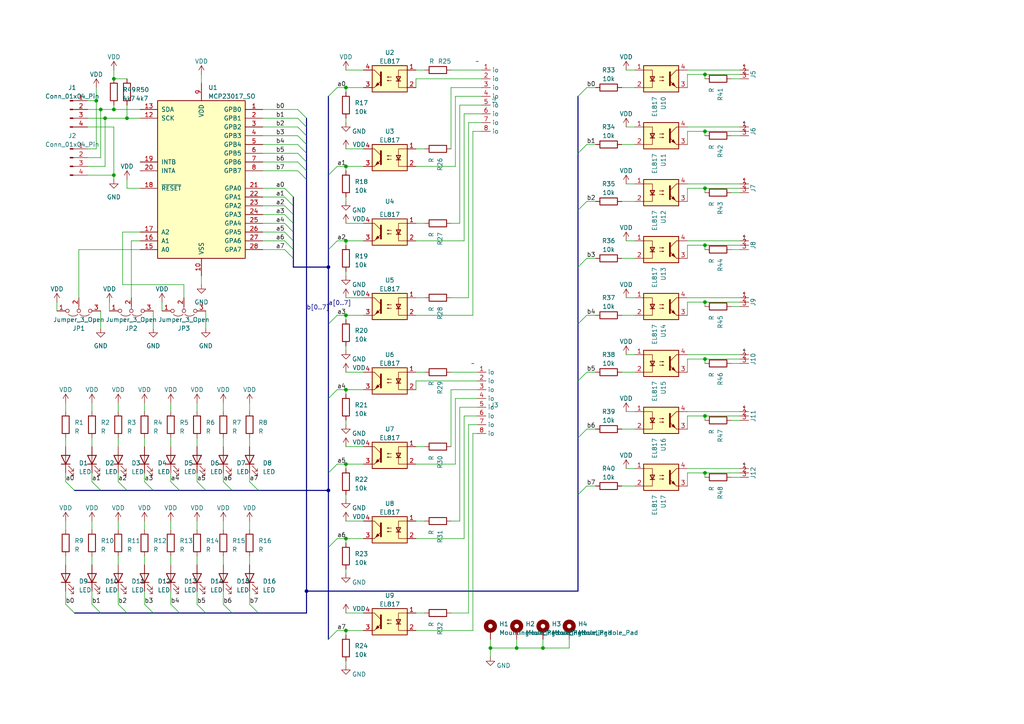
<source format=kicad_sch>
(kicad_sch (version 20230121) (generator eeschema)
  (paper "A4")
  (junction (at 100.33 91.44))
  (junction (at 33.02 22.86))
  (junction (at 142.24 187.96))
  (junction (at 204.47 38.1))
  (junction (at 204.47 21.59))
  (junction (at 204.47 120.65))
  (junction (at 27.94 29.21))
  (junction (at 204.47 71.12))
  (junction (at 30.48 34.29))
  (junction (at 36.83 34.29))
  (junction (at 100.33 25.4))
  (junction (at 149.86 187.96))
  (junction (at 95.25 77.47))
  (junction (at 204.47 87.63))
  (junction (at 95.25 142.24))
  (junction (at 100.33 156.21))
  (junction (at 100.33 69.85))
  (junction (at 100.33 48.26))
  (junction (at 33.02 31.75))
  (junction (at 100.33 134.62))
  (junction (at 29.21 31.75))
  (junction (at 204.47 104.14))
  (junction (at 33.02 50.8))
  (junction (at 204.47 137.16))
  (junction (at 204.47 54.61))
  (junction (at 88.9 171.45))
  (junction (at 100.33 182.88))
  (junction (at 157.48 187.96))
  (junction (at 100.33 113.03))
  (bus_entry (at 64.77 139.7) (size 2.54 2.54))
  (bus_entry (at 97.79 113.03) (size -2.54 2.54))
  (bus_entry (at 34.29 139.7) (size 2.54 2.54))
  (bus_entry (at 97.79 91.44) (size -2.54 2.54))
  (bus_entry (at 170.18 91.44) (size -2.54 2.54))
  (bus_entry (at 97.79 25.4) (size -2.54 2.54))
  (bus_entry (at 170.18 124.46) (size -2.54 2.54))
  (bus_entry (at 49.53 139.7) (size 2.54 2.54))
  (bus_entry (at 97.79 182.88) (size -2.54 2.54))
  (bus_entry (at 86.36 36.83) (size 2.54 2.54))
  (bus_entry (at 82.55 64.77) (size 2.54 2.54))
  (bus_entry (at 41.91 175.26) (size 2.54 2.54))
  (bus_entry (at 72.39 139.7) (size 2.54 2.54))
  (bus_entry (at 57.15 175.26) (size 2.54 2.54))
  (bus_entry (at 170.18 41.91) (size -2.54 2.54))
  (bus_entry (at 64.77 175.26) (size 2.54 2.54))
  (bus_entry (at 170.18 25.4) (size -2.54 2.54))
  (bus_entry (at 97.79 69.85) (size -2.54 2.54))
  (bus_entry (at 82.55 62.23) (size 2.54 2.54))
  (bus_entry (at 86.36 34.29) (size 2.54 2.54))
  (bus_entry (at 86.36 39.37) (size 2.54 2.54))
  (bus_entry (at 19.05 139.7) (size 2.54 2.54))
  (bus_entry (at 86.36 46.99) (size 2.54 2.54))
  (bus_entry (at 86.36 49.53) (size 2.54 2.54))
  (bus_entry (at 41.91 139.7) (size 2.54 2.54))
  (bus_entry (at 86.36 44.45) (size 2.54 2.54))
  (bus_entry (at 170.18 140.97) (size -2.54 2.54))
  (bus_entry (at 82.55 72.39) (size 2.54 2.54))
  (bus_entry (at 97.79 134.62) (size -2.54 2.54))
  (bus_entry (at 82.55 57.15) (size 2.54 2.54))
  (bus_entry (at 34.29 175.26) (size 2.54 2.54))
  (bus_entry (at 26.67 175.26) (size 2.54 2.54))
  (bus_entry (at 19.05 175.26) (size 2.54 2.54))
  (bus_entry (at 97.79 156.21) (size -2.54 2.54))
  (bus_entry (at 82.55 54.61) (size 2.54 2.54))
  (bus_entry (at 82.55 67.31) (size 2.54 2.54))
  (bus_entry (at 170.18 58.42) (size -2.54 2.54))
  (bus_entry (at 82.55 59.69) (size 2.54 2.54))
  (bus_entry (at 170.18 74.93) (size -2.54 2.54))
  (bus_entry (at 170.18 107.95) (size -2.54 2.54))
  (bus_entry (at 26.67 139.7) (size 2.54 2.54))
  (bus_entry (at 57.15 139.7) (size 2.54 2.54))
  (bus_entry (at 72.39 175.26) (size 2.54 2.54))
  (bus_entry (at 97.79 48.26) (size -2.54 2.54))
  (bus_entry (at 82.55 69.85) (size 2.54 2.54))
  (bus_entry (at 86.36 31.75) (size 2.54 2.54))
  (bus_entry (at 49.53 175.26) (size 2.54 2.54))
  (bus_entry (at 86.36 41.91) (size 2.54 2.54))
  (bus (pts (xy 167.64 143.51) (xy 167.64 171.45)))
  (wire (pts (xy 25.4 48.26) (xy 30.48 48.26)))
  (wire (pts (xy 180.34 41.91) (xy 184.15 41.91)))
  (wire (pts (xy 76.2 46.99) (xy 86.36 46.99)))
  (wire (pts (xy 138.43 123.19) (xy 135.89 123.19)))
  (wire (pts (xy 204.47 120.65) (xy 204.47 121.92)))
  (wire (pts (xy 199.39 41.91) (xy 199.39 38.1)))
  (wire (pts (xy 180.34 124.46) (xy 184.15 124.46)))
  (wire (pts (xy 157.48 185.42) (xy 157.48 187.96)))
  (bus (pts (xy 95.25 77.47) (xy 95.25 93.98)))
  (wire (pts (xy 26.67 127) (xy 26.67 129.54)))
  (wire (pts (xy 19.05 116.84) (xy 19.05 119.38)))
  (wire (pts (xy 120.65 64.77) (xy 123.19 64.77)))
  (wire (pts (xy 120.65 43.18) (xy 123.19 43.18)))
  (wire (pts (xy 58.42 80.01) (xy 58.42 82.55)))
  (wire (pts (xy 105.41 151.13) (xy 100.33 151.13)))
  (wire (pts (xy 181.61 69.85) (xy 184.15 69.85)))
  (wire (pts (xy 214.63 54.61) (xy 204.47 54.61)))
  (wire (pts (xy 19.05 171.45) (xy 19.05 175.26)))
  (wire (pts (xy 44.45 90.17) (xy 44.45 95.25)))
  (wire (pts (xy 49.53 151.13) (xy 49.53 153.67)))
  (wire (pts (xy 120.65 110.49) (xy 120.65 113.03)))
  (wire (pts (xy 199.39 86.36) (xy 214.63 86.36)))
  (bus (pts (xy 85.09 72.39) (xy 85.09 74.93)))
  (bus (pts (xy 44.45 177.8) (xy 52.07 177.8)))
  (wire (pts (xy 181.61 53.34) (xy 184.15 53.34)))
  (wire (pts (xy 181.61 36.83) (xy 184.15 36.83)))
  (wire (pts (xy 180.34 25.4) (xy 184.15 25.4)))
  (wire (pts (xy 76.2 49.53) (xy 86.36 49.53)))
  (bus (pts (xy 59.69 177.8) (xy 67.31 177.8)))
  (wire (pts (xy 100.33 25.4) (xy 100.33 26.67)))
  (wire (pts (xy 19.05 137.16) (xy 19.05 139.7)))
  (bus (pts (xy 88.9 34.29) (xy 88.9 36.83)))
  (wire (pts (xy 199.39 119.38) (xy 214.63 119.38)))
  (wire (pts (xy 149.86 187.96) (xy 157.48 187.96)))
  (wire (pts (xy 134.62 120.65) (xy 138.43 120.65)))
  (wire (pts (xy 199.39 38.1) (xy 204.47 38.1)))
  (wire (pts (xy 170.18 58.42) (xy 172.72 58.42)))
  (wire (pts (xy 41.91 127) (xy 41.91 129.54)))
  (wire (pts (xy 214.63 71.12) (xy 204.47 71.12)))
  (bus (pts (xy 88.9 41.91) (xy 88.9 44.45)))
  (wire (pts (xy 138.43 118.11) (xy 133.35 118.11)))
  (wire (pts (xy 25.4 29.21) (xy 27.94 29.21)))
  (wire (pts (xy 36.83 30.48) (xy 36.83 34.29)))
  (wire (pts (xy 26.67 161.29) (xy 26.67 163.83)))
  (bus (pts (xy 74.93 142.24) (xy 95.25 142.24)))
  (wire (pts (xy 41.91 151.13) (xy 41.91 153.67)))
  (wire (pts (xy 29.21 90.17) (xy 29.21 95.25)))
  (wire (pts (xy 204.47 54.61) (xy 204.47 55.88)))
  (bus (pts (xy 36.83 177.8) (xy 44.45 177.8)))
  (bus (pts (xy 36.83 142.24) (xy 44.45 142.24)))
  (wire (pts (xy 204.47 71.12) (xy 204.47 72.39)))
  (wire (pts (xy 204.47 38.1) (xy 204.47 39.37)))
  (wire (pts (xy 25.4 34.29) (xy 30.48 34.29)))
  (wire (pts (xy 34.29 127) (xy 34.29 129.54)))
  (wire (pts (xy 64.77 151.13) (xy 64.77 153.67)))
  (bus (pts (xy 95.25 27.94) (xy 95.25 50.8)))
  (wire (pts (xy 157.48 187.96) (xy 165.1 187.96)))
  (wire (pts (xy 133.35 118.11) (xy 133.35 151.13)))
  (wire (pts (xy 204.47 137.16) (xy 204.47 138.43)))
  (wire (pts (xy 199.39 124.46) (xy 199.39 120.65)))
  (wire (pts (xy 72.39 161.29) (xy 72.39 163.83)))
  (wire (pts (xy 132.08 48.26) (xy 120.65 48.26)))
  (bus (pts (xy 67.31 177.8) (xy 74.93 177.8)))
  (wire (pts (xy 76.2 67.31) (xy 82.55 67.31)))
  (wire (pts (xy 97.79 25.4) (xy 100.33 25.4)))
  (wire (pts (xy 170.18 25.4) (xy 172.72 25.4)))
  (wire (pts (xy 199.39 36.83) (xy 214.63 36.83)))
  (wire (pts (xy 139.7 30.48) (xy 133.35 30.48)))
  (wire (pts (xy 134.62 156.21) (xy 134.62 120.65)))
  (wire (pts (xy 64.77 127) (xy 64.77 129.54)))
  (wire (pts (xy 130.81 107.95) (xy 138.43 107.95)))
  (wire (pts (xy 105.41 64.77) (xy 100.33 64.77)))
  (wire (pts (xy 19.05 161.29) (xy 19.05 163.83)))
  (wire (pts (xy 57.15 137.16) (xy 57.15 139.7)))
  (wire (pts (xy 29.21 31.75) (xy 33.02 31.75)))
  (wire (pts (xy 214.63 22.86) (xy 212.09 22.86)))
  (wire (pts (xy 199.39 91.44) (xy 199.39 87.63)))
  (wire (pts (xy 31.75 87.63) (xy 31.75 90.17)))
  (bus (pts (xy 85.09 64.77) (xy 85.09 67.31)))
  (wire (pts (xy 57.15 161.29) (xy 57.15 163.83)))
  (wire (pts (xy 120.65 134.62) (xy 132.08 134.62)))
  (wire (pts (xy 132.08 134.62) (xy 132.08 115.57)))
  (wire (pts (xy 105.41 25.4) (xy 100.33 25.4)))
  (wire (pts (xy 105.41 177.8) (xy 100.33 177.8)))
  (wire (pts (xy 100.33 182.88) (xy 100.33 184.15)))
  (wire (pts (xy 120.65 151.13) (xy 123.19 151.13)))
  (wire (pts (xy 40.64 69.85) (xy 38.1 69.85)))
  (wire (pts (xy 137.16 91.44) (xy 137.16 38.1)))
  (wire (pts (xy 133.35 30.48) (xy 133.35 64.77)))
  (wire (pts (xy 199.39 135.89) (xy 214.63 135.89)))
  (wire (pts (xy 100.33 156.21) (xy 100.33 157.48)))
  (bus (pts (xy 167.64 27.94) (xy 167.64 44.45)))
  (wire (pts (xy 27.94 43.18) (xy 27.94 29.21)))
  (wire (pts (xy 76.2 36.83) (xy 86.36 36.83)))
  (bus (pts (xy 85.09 57.15) (xy 85.09 59.69)))
  (bus (pts (xy 29.21 177.8) (xy 36.83 177.8)))
  (wire (pts (xy 72.39 116.84) (xy 72.39 119.38)))
  (wire (pts (xy 105.41 20.32) (xy 100.33 20.32)))
  (bus (pts (xy 85.09 62.23) (xy 85.09 64.77)))
  (wire (pts (xy 100.33 91.44) (xy 100.33 92.71)))
  (wire (pts (xy 100.33 113.03) (xy 105.41 113.03)))
  (wire (pts (xy 19.05 151.13) (xy 19.05 153.67)))
  (wire (pts (xy 97.79 91.44) (xy 100.33 91.44)))
  (wire (pts (xy 199.39 74.93) (xy 199.39 71.12)))
  (bus (pts (xy 95.25 50.8) (xy 95.25 72.39)))
  (bus (pts (xy 52.07 177.8) (xy 59.69 177.8)))
  (bus (pts (xy 44.45 142.24) (xy 52.07 142.24)))
  (wire (pts (xy 72.39 151.13) (xy 72.39 153.67)))
  (bus (pts (xy 95.25 115.57) (xy 95.25 137.16)))
  (bus (pts (xy 29.21 142.24) (xy 36.83 142.24)))
  (wire (pts (xy 41.91 137.16) (xy 41.91 139.7)))
  (bus (pts (xy 88.9 171.45) (xy 167.64 171.45)))
  (bus (pts (xy 167.64 77.47) (xy 167.64 93.98)))
  (wire (pts (xy 199.39 58.42) (xy 199.39 54.61)))
  (wire (pts (xy 100.33 78.74) (xy 100.33 80.01)))
  (wire (pts (xy 16.51 87.63) (xy 16.51 90.17)))
  (wire (pts (xy 64.77 161.29) (xy 64.77 163.83)))
  (wire (pts (xy 34.29 116.84) (xy 34.29 119.38)))
  (wire (pts (xy 149.86 185.42) (xy 149.86 187.96)))
  (wire (pts (xy 72.39 171.45) (xy 72.39 175.26)))
  (wire (pts (xy 204.47 104.14) (xy 204.47 105.41)))
  (bus (pts (xy 95.25 142.24) (xy 95.25 158.75)))
  (wire (pts (xy 214.63 104.14) (xy 204.47 104.14)))
  (wire (pts (xy 214.63 38.1) (xy 204.47 38.1)))
  (bus (pts (xy 74.93 177.8) (xy 88.9 177.8)))
  (wire (pts (xy 40.64 67.31) (xy 35.56 67.31)))
  (bus (pts (xy 85.09 67.31) (xy 85.09 69.85)))
  (wire (pts (xy 36.83 34.29) (xy 40.64 34.29)))
  (wire (pts (xy 72.39 137.16) (xy 72.39 139.7)))
  (bus (pts (xy 88.9 46.99) (xy 88.9 49.53)))
  (wire (pts (xy 26.67 151.13) (xy 26.67 153.67)))
  (wire (pts (xy 64.77 171.45) (xy 64.77 175.26)))
  (wire (pts (xy 214.63 87.63) (xy 204.47 87.63)))
  (wire (pts (xy 100.33 156.21) (xy 105.41 156.21)))
  (wire (pts (xy 130.81 25.4) (xy 139.7 25.4)))
  (wire (pts (xy 138.43 125.73) (xy 137.16 125.73)))
  (wire (pts (xy 100.33 69.85) (xy 105.41 69.85)))
  (wire (pts (xy 130.81 86.36) (xy 135.89 86.36)))
  (wire (pts (xy 25.4 31.75) (xy 29.21 31.75)))
  (wire (pts (xy 53.34 82.55) (xy 53.34 86.36)))
  (wire (pts (xy 139.7 35.56) (xy 135.89 35.56)))
  (wire (pts (xy 76.2 44.45) (xy 86.36 44.45)))
  (wire (pts (xy 181.61 102.87) (xy 184.15 102.87)))
  (wire (pts (xy 170.18 124.46) (xy 172.72 124.46)))
  (wire (pts (xy 97.79 69.85) (xy 100.33 69.85)))
  (bus (pts (xy 95.25 158.75) (xy 95.25 185.42)))
  (wire (pts (xy 25.4 50.8) (xy 33.02 50.8)))
  (wire (pts (xy 26.67 137.16) (xy 26.67 139.7)))
  (wire (pts (xy 33.02 30.48) (xy 33.02 31.75)))
  (wire (pts (xy 25.4 45.72) (xy 29.21 45.72)))
  (wire (pts (xy 76.2 72.39) (xy 82.55 72.39)))
  (bus (pts (xy 85.09 69.85) (xy 85.09 72.39)))
  (wire (pts (xy 135.89 123.19) (xy 135.89 177.8)))
  (wire (pts (xy 34.29 171.45) (xy 34.29 175.26)))
  (wire (pts (xy 214.63 39.37) (xy 212.09 39.37)))
  (wire (pts (xy 100.33 48.26) (xy 100.33 49.53)))
  (bus (pts (xy 167.64 110.49) (xy 167.64 127)))
  (wire (pts (xy 100.33 48.26) (xy 105.41 48.26)))
  (bus (pts (xy 21.59 142.24) (xy 29.21 142.24)))
  (wire (pts (xy 105.41 43.18) (xy 100.33 43.18)))
  (wire (pts (xy 134.62 69.85) (xy 134.62 33.02)))
  (wire (pts (xy 34.29 161.29) (xy 34.29 163.83)))
  (wire (pts (xy 214.63 72.39) (xy 212.09 72.39)))
  (wire (pts (xy 25.4 36.83) (xy 33.02 36.83)))
  (wire (pts (xy 100.33 57.15) (xy 100.33 58.42)))
  (wire (pts (xy 105.41 107.95) (xy 100.33 107.95)))
  (wire (pts (xy 204.47 21.59) (xy 204.47 22.86)))
  (wire (pts (xy 214.63 105.41) (xy 212.09 105.41)))
  (wire (pts (xy 130.81 20.32) (xy 139.7 20.32)))
  (wire (pts (xy 57.15 151.13) (xy 57.15 153.67)))
  (wire (pts (xy 181.61 20.32) (xy 184.15 20.32)))
  (wire (pts (xy 100.33 100.33) (xy 100.33 101.6)))
  (wire (pts (xy 180.34 58.42) (xy 184.15 58.42)))
  (wire (pts (xy 120.65 20.32) (xy 123.19 20.32)))
  (wire (pts (xy 34.29 137.16) (xy 34.29 139.7)))
  (bus (pts (xy 85.09 74.93) (xy 85.09 77.47)))
  (wire (pts (xy 76.2 64.77) (xy 82.55 64.77)))
  (wire (pts (xy 76.2 59.69) (xy 82.55 59.69)))
  (wire (pts (xy 199.39 53.34) (xy 214.63 53.34)))
  (wire (pts (xy 76.2 39.37) (xy 86.36 39.37)))
  (wire (pts (xy 130.81 113.03) (xy 130.81 129.54)))
  (wire (pts (xy 33.02 31.75) (xy 40.64 31.75)))
  (wire (pts (xy 26.67 116.84) (xy 26.67 119.38)))
  (wire (pts (xy 180.34 91.44) (xy 184.15 91.44)))
  (wire (pts (xy 180.34 107.95) (xy 184.15 107.95)))
  (wire (pts (xy 100.33 182.88) (xy 105.41 182.88)))
  (wire (pts (xy 180.34 74.93) (xy 184.15 74.93)))
  (wire (pts (xy 100.33 121.92) (xy 100.33 123.19)))
  (wire (pts (xy 170.18 91.44) (xy 172.72 91.44)))
  (wire (pts (xy 120.65 156.21) (xy 134.62 156.21)))
  (wire (pts (xy 40.64 72.39) (xy 22.86 72.39)))
  (wire (pts (xy 135.89 177.8) (xy 130.81 177.8)))
  (wire (pts (xy 57.15 171.45) (xy 57.15 175.26)))
  (wire (pts (xy 181.61 86.36) (xy 184.15 86.36)))
  (wire (pts (xy 199.39 102.87) (xy 214.63 102.87)))
  (wire (pts (xy 29.21 45.72) (xy 29.21 31.75)))
  (wire (pts (xy 34.29 151.13) (xy 34.29 153.67)))
  (wire (pts (xy 97.79 134.62) (xy 100.33 134.62)))
  (bus (pts (xy 167.64 60.96) (xy 167.64 77.47)))
  (wire (pts (xy 105.41 86.36) (xy 100.33 86.36)))
  (wire (pts (xy 120.65 22.86) (xy 139.7 22.86)))
  (wire (pts (xy 199.39 107.95) (xy 199.39 104.14)))
  (wire (pts (xy 30.48 48.26) (xy 30.48 34.29)))
  (bus (pts (xy 85.09 59.69) (xy 85.09 62.23)))
  (wire (pts (xy 214.63 138.43) (xy 212.09 138.43)))
  (wire (pts (xy 137.16 125.73) (xy 137.16 182.88)))
  (wire (pts (xy 97.79 182.88) (xy 100.33 182.88)))
  (wire (pts (xy 27.94 25.4) (xy 27.94 29.21)))
  (wire (pts (xy 97.79 48.26) (xy 100.33 48.26)))
  (wire (pts (xy 120.65 91.44) (xy 137.16 91.44)))
  (wire (pts (xy 199.39 20.32) (xy 214.63 20.32)))
  (wire (pts (xy 41.91 161.29) (xy 41.91 163.83)))
  (wire (pts (xy 199.39 87.63) (xy 204.47 87.63)))
  (wire (pts (xy 120.65 107.95) (xy 123.19 107.95)))
  (wire (pts (xy 142.24 185.42) (xy 142.24 187.96)))
  (wire (pts (xy 72.39 127) (xy 72.39 129.54)))
  (wire (pts (xy 120.65 129.54) (xy 123.19 129.54)))
  (wire (pts (xy 64.77 116.84) (xy 64.77 119.38)))
  (wire (pts (xy 214.63 121.92) (xy 212.09 121.92)))
  (wire (pts (xy 100.33 191.77) (xy 100.33 193.04)))
  (bus (pts (xy 95.25 137.16) (xy 95.25 142.24)))
  (wire (pts (xy 35.56 67.31) (xy 35.56 82.55)))
  (wire (pts (xy 214.63 137.16) (xy 204.47 137.16)))
  (wire (pts (xy 214.63 88.9) (xy 212.09 88.9)))
  (bus (pts (xy 167.64 127) (xy 167.64 143.51)))
  (wire (pts (xy 25.4 43.18) (xy 27.94 43.18)))
  (wire (pts (xy 49.53 161.29) (xy 49.53 163.83)))
  (wire (pts (xy 36.83 54.61) (xy 40.64 54.61)))
  (bus (pts (xy 21.59 177.8) (xy 29.21 177.8)))
  (wire (pts (xy 199.39 69.85) (xy 214.63 69.85)))
  (wire (pts (xy 170.18 74.93) (xy 172.72 74.93)))
  (wire (pts (xy 76.2 62.23) (xy 82.55 62.23)))
  (bus (pts (xy 88.9 39.37) (xy 88.9 41.91)))
  (wire (pts (xy 100.33 34.29) (xy 100.33 35.56)))
  (wire (pts (xy 120.65 22.86) (xy 120.65 25.4)))
  (wire (pts (xy 199.39 71.12) (xy 204.47 71.12)))
  (wire (pts (xy 49.53 127) (xy 49.53 129.54)))
  (wire (pts (xy 76.2 54.61) (xy 82.55 54.61)))
  (wire (pts (xy 36.83 52.07) (xy 36.83 54.61)))
  (wire (pts (xy 199.39 54.61) (xy 204.47 54.61)))
  (wire (pts (xy 30.48 34.29) (xy 36.83 34.29)))
  (bus (pts (xy 88.9 36.83) (xy 88.9 39.37)))
  (wire (pts (xy 139.7 27.94) (xy 132.08 27.94)))
  (wire (pts (xy 97.79 156.21) (xy 100.33 156.21)))
  (wire (pts (xy 120.65 86.36) (xy 123.19 86.36)))
  (wire (pts (xy 57.15 127) (xy 57.15 129.54)))
  (wire (pts (xy 33.02 50.8) (xy 33.02 52.07)))
  (wire (pts (xy 22.86 72.39) (xy 22.86 86.36)))
  (wire (pts (xy 100.33 143.51) (xy 100.33 144.78)))
  (wire (pts (xy 170.18 107.95) (xy 172.72 107.95)))
  (wire (pts (xy 35.56 82.55) (xy 53.34 82.55)))
  (bus (pts (xy 85.09 77.47) (xy 95.25 77.47)))
  (wire (pts (xy 134.62 33.02) (xy 139.7 33.02)))
  (wire (pts (xy 214.63 120.65) (xy 204.47 120.65)))
  (wire (pts (xy 19.05 127) (xy 19.05 129.54)))
  (wire (pts (xy 204.47 87.63) (xy 204.47 88.9)))
  (wire (pts (xy 41.91 171.45) (xy 41.91 175.26)))
  (wire (pts (xy 49.53 116.84) (xy 49.53 119.38)))
  (wire (pts (xy 100.33 165.1) (xy 100.33 166.37)))
  (wire (pts (xy 120.65 177.8) (xy 123.19 177.8)))
  (wire (pts (xy 142.24 187.96) (xy 149.86 187.96)))
  (wire (pts (xy 181.61 135.89) (xy 184.15 135.89)))
  (wire (pts (xy 120.65 182.88) (xy 137.16 182.88)))
  (wire (pts (xy 138.43 110.49) (xy 120.65 110.49)))
  (bus (pts (xy 88.9 44.45) (xy 88.9 46.99)))
  (wire (pts (xy 133.35 64.77) (xy 130.81 64.77)))
  (wire (pts (xy 199.39 25.4) (xy 199.39 21.59)))
  (wire (pts (xy 76.2 34.29) (xy 86.36 34.29)))
  (wire (pts (xy 100.33 91.44) (xy 105.41 91.44)))
  (bus (pts (xy 88.9 177.8) (xy 88.9 171.45)))
  (wire (pts (xy 100.33 134.62) (xy 100.33 135.89)))
  (wire (pts (xy 138.43 113.03) (xy 130.81 113.03)))
  (wire (pts (xy 33.02 22.86) (xy 36.83 22.86)))
  (wire (pts (xy 199.39 21.59) (xy 204.47 21.59)))
  (wire (pts (xy 76.2 57.15) (xy 82.55 57.15)))
  (bus (pts (xy 167.64 44.45) (xy 167.64 60.96)))
  (wire (pts (xy 49.53 171.45) (xy 49.53 175.26)))
  (wire (pts (xy 33.02 20.32) (xy 33.02 22.86)))
  (wire (pts (xy 199.39 104.14) (xy 204.47 104.14)))
  (wire (pts (xy 214.63 55.88) (xy 212.09 55.88)))
  (wire (pts (xy 130.81 151.13) (xy 133.35 151.13)))
  (wire (pts (xy 132.08 27.94) (xy 132.08 48.26)))
  (wire (pts (xy 165.1 185.42) (xy 165.1 187.96)))
  (wire (pts (xy 76.2 69.85) (xy 82.55 69.85)))
  (bus (pts (xy 67.31 142.24) (xy 74.93 142.24)))
  (wire (pts (xy 33.02 36.83) (xy 33.02 50.8)))
  (wire (pts (xy 170.18 41.91) (xy 172.72 41.91)))
  (wire (pts (xy 26.67 171.45) (xy 26.67 175.26)))
  (wire (pts (xy 199.39 120.65) (xy 204.47 120.65)))
  (wire (pts (xy 105.41 129.54) (xy 100.33 129.54)))
  (wire (pts (xy 135.89 35.56) (xy 135.89 86.36)))
  (bus (pts (xy 95.25 93.98) (xy 95.25 115.57)))
  (wire (pts (xy 132.08 115.57) (xy 138.43 115.57)))
  (wire (pts (xy 49.53 137.16) (xy 49.53 139.7)))
  (wire (pts (xy 142.24 187.96) (xy 142.24 190.5)))
  (wire (pts (xy 100.33 69.85) (xy 100.33 71.12)))
  (wire (pts (xy 64.77 137.16) (xy 64.77 139.7)))
  (wire (pts (xy 137.16 38.1) (xy 139.7 38.1)))
  (bus (pts (xy 167.64 93.98) (xy 167.64 110.49)))
  (wire (pts (xy 199.39 140.97) (xy 199.39 137.16)))
  (bus (pts (xy 95.25 72.39) (xy 95.25 77.47)))
  (wire (pts (xy 59.69 90.17) (xy 59.69 95.25)))
  (bus (pts (xy 88.9 49.53) (xy 88.9 52.07)))
  (wire (pts (xy 180.34 140.97) (xy 184.15 140.97)))
  (wire (pts (xy 214.63 21.59) (xy 204.47 21.59)))
  (wire (pts (xy 181.61 119.38) (xy 184.15 119.38)))
  (wire (pts (xy 170.18 140.97) (xy 172.72 140.97)))
  (wire (pts (xy 120.65 69.85) (xy 134.62 69.85)))
  (bus (pts (xy 52.07 142.24) (xy 59.69 142.24)))
  (wire (pts (xy 46.99 87.63) (xy 46.99 90.17)))
  (wire (pts (xy 76.2 31.75) (xy 86.36 31.75)))
  (wire (pts (xy 76.2 41.91) (xy 86.36 41.91)))
  (wire (pts (xy 41.91 116.84) (xy 41.91 119.38)))
  (wire (pts (xy 100.33 113.03) (xy 100.33 114.3)))
  (wire (pts (xy 58.42 21.59) (xy 58.42 24.13)))
  (wire (pts (xy 97.79 113.03) (xy 100.33 113.03)))
  (bus (pts (xy 88.9 52.07) (xy 88.9 171.45)))
  (wire (pts (xy 57.15 116.84) (xy 57.15 119.38)))
  (wire (pts (xy 130.81 25.4) (xy 130.81 43.18)))
  (bus (pts (xy 59.69 142.24) (xy 67.31 142.24)))
  (wire (pts (xy 199.39 137.16) (xy 204.47 137.16)))
  (wire (pts (xy 100.33 134.62) (xy 105.41 134.62)))
  (wire (pts (xy 38.1 69.85) (xy 38.1 86.36)))
  (label "b5" (at 170.18 107.95 0))
  (label "a1" (at 26.67 139.7 0))
  (label "b0" (at 19.05 175.26 0))
  (label "a3" (at 80.01 62.23 0))
  (label "b4" (at 170.18 91.44 0))
  (label "a5" (at 80.01 67.31 0))
  (label "a2" (at 97.79 69.85 0))
  (label "b4" (at 49.53 175.26 0))
  (label "a0" (at 97.79 25.4 0))
  (label "a3" (at 41.91 139.7 0))
  (label "b5" (at 57.15 175.26 0))
  (label "b1" (at 26.67 175.26 0))
  (label "a6" (at 64.77 139.7 0))
  (label "b6" (at 80.01 46.99 0))
  (label "b2" (at 34.29 175.26 0))
  (label "b0" (at 170.18 25.4 0))
  (label "b1" (at 170.18 41.91 0))
  (label "b2" (at 80.01 36.83 0))
  (label "a7" (at 72.39 139.7 0))
  (label "a4" (at 97.79 113.03 0))
  (label "a7" (at 97.79 182.88 0))
  (label "b6" (at 170.18 124.46 0))
  (label "b4" (at 80.01 41.91 0))
  (label "a7" (at 80.01 72.39 0))
  (label "a[0..7]" (at 95.25 88.9 0))
  (label "b0" (at 80.01 31.75 0))
  (label "a2" (at 34.29 139.7 0))
  (label "b[0..7]" (at 88.9 90.17 0))
  (label "a5" (at 57.15 139.7 0))
  (label "a2" (at 80.01 59.69 0))
  (label "b7" (at 170.18 140.97 0))
  (label "b3" (at 41.91 175.26 0))
  (label "b7" (at 80.01 49.53 0))
  (label "a4" (at 80.01 64.77 0))
  (label "a0" (at 19.05 139.7 0))
  (label "b3" (at 170.18 74.93 0))
  (label "b3" (at 80.01 39.37 0))
  (label "a1" (at 97.79 48.26 0))
  (label "a5" (at 97.79 134.62 0))
  (label "b7" (at 72.39 175.26 0))
  (label "b2" (at 170.18 58.42 0))
  (label "a1" (at 80.01 57.15 0))
  (label "b1" (at 80.01 34.29 0))
  (label "a6" (at 97.79 156.21 0))
  (label "a6" (at 80.01 69.85 0))
  (label "b5" (at 80.01 44.45 0))
  (label "a4" (at 49.53 139.7 0))
  (label "b6" (at 64.77 175.26 0))
  (label "a0" (at 80.01 54.61 0))
  (label "a3" (at 97.79 91.44 0))
  (symbol (lib_id "power:GND") (at 100.33 123.19 0) (unit 1)
    (property "Reference" "#PWR038" (effects hide))
    (property "Value" "GND" (at 104.14 125.73 0))
  )
  (symbol (lib_id "Device:R") (at 57.15 123.19 0) (unit 1)
    (property "Reference" "R6" (at 59.69 122.555 0) (effects (justify left)))
    (property "Value" "R" (at 59.69 125.095 0) (effects (justify left)))
    (property "Footprint" "Resistor_SMD:R_1206_3216Metric_Pad1.30x1.75mm_HandSolder" (effects hide))
  )
  (symbol (lib_id "power:VDD") (at 27.94 25.4 0) (unit 1)
    (property "Reference" "#PWR06" (effects hide))
    (property "Value" "VDD" (at 27.94 21.59 0))
  )
  (symbol (lib_id "Isolator:EL817") (at 113.03 88.9 0) (mirror y) (unit 1)
    (property "Reference" "U5" (at 113.03 81.28 0))
    (property "Value" "EL817" (at 113.03 83.82 0))
    (property "Footprint" "Package_DIP:DIP-4_W7.62mm_SMDSocket_SmallPads" (effects hide))
    (property "Datasheet" "http://www.everlight.com/file/ProductFile/EL817.pdf" (effects hide))
  )
  (symbol (lib_id "Device:R") (at 127 151.13 270) (unit 1)
    (property "Reference" "R31" (at 127.635 153.67 0) (effects (justify left)))
    (property "Value" "R" (at 125.095 153.67 0) (effects (justify left)))
    (property "Footprint" "Resistor_SMD:R_1206_3216Metric_Pad1.30x1.75mm_HandSolder" (effects hide))
  )
  (symbol (lib_id "parts_tma_1:AST_041-3") (at 215.9 38.1 0) (unit 1)
    (property "Reference" "J6" (at 218.44 38.1 90))
    (property "Value" "~" (at 215.9 35.56 0))
    (property "Footprint" "parts_tma_1:AST_041-3" (effects hide))
  )
  (symbol (lib_id "power:GND") (at 29.21 95.25 0) (unit 1)
    (property "Reference" "#PWR08" (effects hide))
    (property "Value" "GND" (at 29.21 100.33 0))
  )
  (symbol (lib_id "Device:R") (at 176.53 124.46 90) (unit 1)
    (property "Reference" "R39" (at 176.53 119.38 90))
    (property "Value" "10k" (at 176.53 121.92 90))
    (property "Footprint" "Resistor_SMD:R_1206_3216Metric_Pad1.30x1.75mm_HandSolder" (effects hide))
  )
  (symbol (lib_id "Isolator:EL817") (at 191.77 121.92 0) (unit 1)
    (property "Reference" "U16" (at 192.405 127 90) (effects (justify right)))
    (property "Value" "EL817" (at 189.865 127 90) (effects (justify right)))
    (property "Footprint" "Package_DIP:DIP-4_W7.62mm_SMDSocket_SmallPads" (effects hide))
    (property "Datasheet" "http://www.everlight.com/file/ProductFile/EL817.pdf" (effects hide))
  )
  (symbol (lib_id "Device:R") (at 208.28 88.9 270) (unit 1)
    (property "Reference" "R45" (at 208.915 91.44 0) (effects (justify left)))
    (property "Value" "R" (at 206.375 91.44 0) (effects (justify left)))
    (property "Footprint" "Resistor_SMD:R_1206_3216Metric_Pad1.30x1.75mm_HandSolder" (effects hide))
  )
  (symbol (lib_id "power:VDD") (at 49.53 116.84 0) (unit 1)
    (property "Reference" "#PWR018" (effects hide))
    (property "Value" "VDD" (at 49.53 113.03 0))
  )
  (symbol (lib_id "Isolator:EL817") (at 113.03 110.49 0) (mirror y) (unit 1)
    (property "Reference" "U6" (at 113.03 102.87 0))
    (property "Value" "EL817" (at 113.03 105.41 0))
    (property "Footprint" "Package_DIP:DIP-4_W7.62mm_SMDSocket_SmallPads" (effects hide))
    (property "Datasheet" "http://www.everlight.com/file/ProductFile/EL817.pdf" (effects hide))
  )
  (symbol (lib_id "Device:R") (at 26.67 157.48 0) (unit 1)
    (property "Reference" "R10" (at 29.21 156.845 0) (effects (justify left)))
    (property "Value" "R" (at 29.21 159.385 0) (effects (justify left)))
    (property "Footprint" "Resistor_SMD:R_1206_3216Metric_Pad1.30x1.75mm_HandSolder" (effects hide))
  )
  (symbol (lib_id "Device:R") (at 41.91 157.48 0) (unit 1)
    (property "Reference" "R12" (at 44.45 156.845 0) (effects (justify left)))
    (property "Value" "R" (at 44.45 159.385 0) (effects (justify left)))
    (property "Footprint" "Resistor_SMD:R_1206_3216Metric_Pad1.30x1.75mm_HandSolder" (effects hide))
  )
  (symbol (lib_id "Device:R") (at 176.53 74.93 90) (unit 1)
    (property "Reference" "R36" (at 176.53 69.85 90))
    (property "Value" "10k" (at 176.53 72.39 90))
    (property "Footprint" "Resistor_SMD:R_1206_3216Metric_Pad1.30x1.75mm_HandSolder" (effects hide))
  )
  (symbol (lib_id "Device:LED") (at 57.15 167.64 90) (unit 1)
    (property "Reference" "D14" (at 60.96 168.5925 90) (effects (justify right)))
    (property "Value" "LED" (at 60.96 171.1325 90) (effects (justify right)))
    (property "Footprint" "LED_SMD:LED_1206_3216Metric_Pad1.42x1.75mm_HandSolder" (effects hide))
  )
  (symbol (lib_id "Device:R") (at 100.33 187.96 0) (unit 1)
    (property "Reference" "R24" (at 102.87 187.325 0) (effects (justify left)))
    (property "Value" "10k" (at 102.87 189.865 0) (effects (justify left)))
    (property "Footprint" "Resistor_SMD:R_1206_3216Metric_Pad1.30x1.75mm_HandSolder" (effects hide))
  )
  (symbol (lib_id "Mechanical:MountingHole_Pad") (at 149.86 182.88 0) (unit 1)
    (property "Reference" "H2" (at 152.4 180.975 0) (effects (justify left)))
    (property "Value" "MountingHole_Pad" (at 152.4 183.515 0) (effects (justify left)))
    (property "Footprint" "MountingHole:MountingHole_3.2mm_M3_DIN965_Pad_TopBottom" (effects hide))
  )
  (symbol (lib_id "power:VDD") (at 34.29 116.84 0) (unit 1)
    (property "Reference" "#PWR011" (effects hide))
    (property "Value" "VDD" (at 34.29 113.03 0))
  )
  (symbol (lib_id "power:GND") (at 33.02 52.07 0) (unit 1)
    (property "Reference" "#PWR010" (effects hide))
    (property "Value" "GND" (at 33.02 57.15 0))
  )
  (symbol (lib_id "Device:R") (at 34.29 123.19 0) (unit 1)
    (property "Reference" "R3" (at 36.83 122.555 0) (effects (justify left)))
    (property "Value" "R" (at 36.83 125.095 0) (effects (justify left)))
    (property "Footprint" "Resistor_SMD:R_1206_3216Metric_Pad1.30x1.75mm_HandSolder" (effects hide))
  )
  (symbol (lib_id "Isolator:EL817") (at 113.03 45.72 0) (mirror y) (unit 1)
    (property "Reference" "U3" (at 113.03 38.1 0))
    (property "Value" "EL817" (at 113.03 40.64 0))
    (property "Footprint" "Package_DIP:DIP-4_W7.62mm_SMDSocket_SmallPads" (effects hide))
    (property "Datasheet" "http://www.everlight.com/file/ProductFile/EL817.pdf" (effects hide))
  )
  (symbol (lib_id "Device:LED") (at 49.53 167.64 90) (unit 1)
    (property "Reference" "D13" (at 53.34 168.5925 90) (effects (justify right)))
    (property "Value" "LED" (at 53.34 171.1325 90) (effects (justify right)))
    (property "Footprint" "LED_SMD:LED_1206_3216Metric_Pad1.42x1.75mm_HandSolder" (effects hide))
  )
  (symbol (lib_id "Device:LED") (at 26.67 133.35 90) (unit 1)
    (property "Reference" "D2" (at 30.48 134.3025 90) (effects (justify right)))
    (property "Value" "LED" (at 30.48 136.8425 90) (effects (justify right)))
    (property "Footprint" "LED_SMD:LED_1206_3216Metric_Pad1.42x1.75mm_HandSolder" (effects hide))
  )
  (symbol (lib_id "parts_tma_1:AST_041-3") (at 215.9 120.65 0) (unit 1)
    (property "Reference" "J11" (at 218.44 120.65 90))
    (property "Value" "~" (at 215.9 118.11 0))
    (property "Footprint" "parts_tma_1:AST_041-3" (effects hide))
  )
  (symbol (lib_id "parts_tma_1:AST_041-3") (at 215.9 54.61 0) (unit 1)
    (property "Reference" "J7" (at 218.44 54.61 90))
    (property "Value" "~" (at 215.9 52.07 0))
    (property "Footprint" "parts_tma_1:AST_041-3" (effects hide))
  )
  (symbol (lib_id "Device:LED") (at 57.15 133.35 90) (unit 1)
    (property "Reference" "D6" (at 60.96 134.3025 90) (effects (justify right)))
    (property "Value" "LED" (at 60.96 136.8425 90) (effects (justify right)))
    (property "Footprint" "LED_SMD:LED_1206_3216Metric_Pad1.42x1.75mm_HandSolder" (effects hide))
  )
  (symbol (lib_id "power:VDD") (at 181.61 53.34 0) (unit 1)
    (property "Reference" "#PWR047" (effects hide))
    (property "Value" "VDD" (at 181.61 49.53 0))
  )
  (symbol (lib_id "Device:R") (at 100.33 139.7 0) (unit 1)
    (property "Reference" "R22" (at 102.87 139.065 0) (effects (justify left)))
    (property "Value" "10k" (at 102.87 141.605 0) (effects (justify left)))
    (property "Footprint" "Resistor_SMD:R_1206_3216Metric_Pad1.30x1.75mm_HandSolder" (effects hide))
  )
  (symbol (lib_id "Device:R") (at 208.28 138.43 270) (unit 1)
    (property "Reference" "R48" (at 208.915 140.97 0) (effects (justify left)))
    (property "Value" "R" (at 206.375 140.97 0) (effects (justify left)))
    (property "Footprint" "Resistor_SMD:R_1206_3216Metric_Pad1.30x1.75mm_HandSolder" (effects hide))
  )
  (symbol (lib_id "power:VDD") (at 181.61 119.38 0) (unit 1)
    (property "Reference" "#PWR051" (effects hide))
    (property "Value" "VDD" (at 181.61 115.57 0))
  )
  (symbol (lib_id "Device:R") (at 127 20.32 270) (unit 1)
    (property "Reference" "R25" (at 127 17.78 90) (effects (justify left)))
    (property "Value" "R" (at 124.46 17.78 90) (effects (justify left)))
    (property "Footprint" "Resistor_SMD:R_1206_3216Metric_Pad1.30x1.75mm_HandSolder" (effects hide))
  )
  (symbol (lib_id "Jumper:Jumper_3_Open") (at 38.1 90.17 0) (mirror x) (unit 1)
    (property "Reference" "JP2" (at 38.1 95.25 0))
    (property "Value" "Jumper_3_Open" (at 38.1 92.71 0))
    (property "Footprint" "Connector_PinHeader_2.54mm:PinHeader_1x03_P2.54mm_Vertical" (effects hide))
  )
  (symbol (lib_id "power:VDD") (at 19.05 116.84 0) (unit 1)
    (property "Reference" "#PWR02" (effects hide))
    (property "Value" "VDD" (at 19.05 113.03 0))
  )
  (symbol (lib_id "Isolator:EL817") (at 191.77 55.88 0) (unit 1)
    (property "Reference" "U12" (at 192.405 60.96 90) (effects (justify right)))
    (property "Value" "EL817" (at 189.865 60.96 90) (effects (justify right)))
    (property "Footprint" "Package_DIP:DIP-4_W7.62mm_SMDSocket_SmallPads" (effects hide))
    (property "Datasheet" "http://www.everlight.com/file/ProductFile/EL817.pdf" (effects hide))
  )
  (symbol (lib_id "Isolator:EL817") (at 191.77 39.37 0) (unit 1)
    (property "Reference" "U11" (at 192.405 44.45 90) (effects (justify right)))
    (property "Value" "EL817" (at 189.865 44.45 90) (effects (justify right)))
    (property "Footprint" "Package_DIP:DIP-4_W7.62mm_SMDSocket_SmallPads" (effects hide))
    (property "Datasheet" "http://www.everlight.com/file/ProductFile/EL817.pdf" (effects hide))
  )
  (symbol (lib_id "Jumper:Jumper_3_Open") (at 53.34 90.17 0) (mirror x) (unit 1)
    (property "Reference" "JP3" (at 53.34 95.25 0))
    (property "Value" "Jumper_3_Open" (at 53.34 92.71 0))
    (property "Footprint" "Connector_PinHeader_2.54mm:PinHeader_1x03_P2.54mm_Vertical" (effects hide))
  )
  (symbol (lib_id "Isolator:EL817") (at 191.77 88.9 0) (unit 1)
    (property "Reference" "U14" (at 192.405 93.98 90) (effects (justify right)))
    (property "Value" "EL817" (at 189.865 93.98 90) (effects (justify right)))
    (property "Footprint" "Package_DIP:DIP-4_W7.62mm_SMDSocket_SmallPads" (effects hide))
    (property "Datasheet" "http://www.everlight.com/file/ProductFile/EL817.pdf" (effects hide))
  )
  (symbol (lib_id "Isolator:EL817") (at 113.03 153.67 0) (mirror y) (unit 1)
    (property "Reference" "U8" (at 113.03 146.05 0))
    (property "Value" "EL817" (at 113.03 148.59 0))
    (property "Footprint" "Package_DIP:DIP-4_W7.62mm_SMDSocket_SmallPads" (effects hide))
    (property "Datasheet" "http://www.everlight.com/file/ProductFile/EL817.pdf" (effects hide))
  )
  (symbol (lib_id "power:VDD") (at 181.61 86.36 0) (unit 1)
    (property "Reference" "#PWR049" (effects hide))
    (property "Value" "VDD" (at 181.61 82.55 0))
  )
  (symbol (lib_id "power:VDD") (at 33.02 20.32 0) (unit 1)
    (property "Reference" "#PWR054" (effects hide))
    (property "Value" "VDD" (at 33.02 16.51 0))
  )
  (symbol (lib_id "power:VDD") (at 34.29 151.13 0) (unit 1)
    (property "Reference" "#PWR012" (effects hide))
    (property "Value" "VDD" (at 34.29 147.32 0))
  )
  (symbol (lib_id "power:GND") (at 100.33 144.78 0) (unit 1)
    (property "Reference" "#PWR040" (effects hide))
    (property "Value" "GND" (at 104.14 147.32 0))
  )
  (symbol (lib_id "Device:R") (at 100.33 30.48 0) (unit 1)
    (property "Reference" "R17" (at 102.87 29.845 0) (effects (justify left)))
    (property "Value" "10k" (at 102.87 32.385 0) (effects (justify left)))
    (property "Footprint" "Resistor_SMD:R_1206_3216Metric_Pad1.30x1.75mm_HandSolder" (effects hide))
  )
  (symbol (lib_id "Device:R") (at 176.53 140.97 90) (unit 1)
    (property "Reference" "R40" (at 176.53 135.89 90))
    (property "Value" "10k" (at 176.53 138.43 90))
    (property "Footprint" "Resistor_SMD:R_1206_3216Metric_Pad1.30x1.75mm_HandSolder" (effects hide))
  )
  (symbol (lib_id "Isolator:EL817") (at 113.03 180.34 0) (mirror y) (unit 1)
    (property "Reference" "U9" (at 113.03 172.72 0))
    (property "Value" "EL817" (at 113.03 175.26 0))
    (property "Footprint" "Package_DIP:DIP-4_W7.62mm_SMDSocket_SmallPads" (effects hide))
    (property "Datasheet" "http://www.everlight.com/file/ProductFile/EL817.pdf" (effects hide))
  )
  (symbol (lib_id "Device:LED") (at 64.77 133.35 90) (unit 1)
    (property "Reference" "D7" (at 68.58 134.3025 90) (effects (justify right)))
    (property "Value" "LED" (at 68.58 136.8425 90) (effects (justify right)))
    (property "Footprint" "LED_SMD:LED_1206_3216Metric_Pad1.42x1.75mm_HandSolder" (effects hide))
  )
  (symbol (lib_id "Isolator:EL817") (at 191.77 138.43 0) (unit 1)
    (property "Reference" "U17" (at 192.405 143.51 90) (effects (justify right)))
    (property "Value" "EL817" (at 189.865 143.51 90) (effects (justify right)))
    (property "Footprint" "Package_DIP:DIP-4_W7.62mm_SMDSocket_SmallPads" (effects hide))
    (property "Datasheet" "http://www.everlight.com/file/ProductFile/EL817.pdf" (effects hide))
  )
  (symbol (lib_id "Device:R") (at 100.33 53.34 0) (unit 1)
    (property "Reference" "R18" (at 102.87 52.705 0) (effects (justify left)))
    (property "Value" "10k" (at 102.87 55.245 0) (effects (justify left)))
    (property "Footprint" "Resistor_SMD:R_1206_3216Metric_Pad1.30x1.75mm_HandSolder" (effects hide))
  )
  (symbol (lib_id "parts_tma_1:AST_041-3") (at 215.9 71.12 0) (unit 1)
    (property "Reference" "J8" (at 218.44 71.12 90))
    (property "Value" "~" (at 215.9 68.58 0))
    (property "Footprint" "parts_tma_1:AST_041-3" (effects hide))
  )
  (symbol (lib_id "power:VDD") (at 72.39 151.13 0) (unit 1)
    (property "Reference" "#PWR028" (effects hide))
    (property "Value" "VDD" (at 72.39 147.32 0))
  )
  (symbol (lib_id "power:VDD") (at 41.91 151.13 0) (unit 1)
    (property "Reference" "#PWR015" (effects hide))
    (property "Value" "VDD" (at 41.91 147.32 0))
  )
  (symbol (lib_id "Interface_Expansion:MCP23017_SO") (at 58.42 52.07 0) (unit 1)
    (property "Reference" "U1" (at 60.3759 25.4 0) (effects (justify left)))
    (property "Value" "MCP23017_SO" (at 60.3759 27.94 0) (effects (justify left)))
    (property "Footprint" "Package_SO:SOIC-28W_7.5x17.9mm_P1.27mm" (effects hide))
    (property "Datasheet" "http://ww1.microchip.com/downloads/en/DeviceDoc/20001952C.pdf" (effects hide))
  )
  (symbol (lib_id "power:GND") (at 142.24 190.5 0) (unit 1)
    (property "Reference" "#PWR053" (effects hide))
    (property "Value" "GND" (at 146.05 193.04 0))
  )
  (symbol (lib_id "power:VDD") (at 181.61 102.87 0) (unit 1)
    (property "Reference" "#PWR050" (effects hide))
    (property "Value" "VDD" (at 181.61 99.06 0))
  )
  (symbol (lib_id "Device:LED") (at 26.67 167.64 90) (unit 1)
    (property "Reference" "D10" (at 30.48 168.5925 90) (effects (justify right)))
    (property "Value" "LED" (at 30.48 171.1325 90) (effects (justify right)))
    (property "Footprint" "LED_SMD:LED_1206_3216Metric_Pad1.42x1.75mm_HandSolder" (effects hide))
  )
  (symbol (lib_id "Isolator:EL817") (at 191.77 105.41 0) (unit 1)
    (property "Reference" "U15" (at 192.405 110.49 90) (effects (justify right)))
    (property "Value" "EL817" (at 189.865 110.49 90) (effects (justify right)))
    (property "Footprint" "Package_DIP:DIP-4_W7.62mm_SMDSocket_SmallPads" (effects hide))
    (property "Datasheet" "http://www.everlight.com/file/ProductFile/EL817.pdf" (effects hide))
  )
  (symbol (lib_id "Device:R") (at 127 43.18 270) (unit 1)
    (property "Reference" "R26" (at 127.635 45.72 0) (effects (justify left)))
    (property "Value" "R" (at 125.095 45.72 0) (effects (justify left)))
    (property "Footprint" "Resistor_SMD:R_1206_3216Metric_Pad1.30x1.75mm_HandSolder" (effects hide))
  )
  (symbol (lib_id "Isolator:EL817") (at 113.03 132.08 0) (mirror y) (unit 1)
    (property "Reference" "U7" (at 113.03 124.46 0))
    (property "Value" "EL817" (at 113.03 127 0))
    (property "Footprint" "Package_DIP:DIP-4_W7.62mm_SMDSocket_SmallPads" (effects hide))
    (property "Datasheet" "http://www.everlight.com/file/ProductFile/EL817.pdf" (effects hide))
  )
  (symbol (lib_id "Device:R") (at 64.77 123.19 0) (unit 1)
    (property "Reference" "R7" (at 67.31 122.555 0) (effects (justify left)))
    (property "Value" "R" (at 67.31 125.095 0) (effects (justify left)))
    (property "Footprint" "Resistor_SMD:R_1206_3216Metric_Pad1.30x1.75mm_HandSolder" (effects hide))
  )
  (symbol (lib_id "parts_tma_1:AST041-8") (at 139.7 20.32 0) (mirror y) (unit 1)
    (property "Reference" "J4" (at 143.51 29.21 90))
    (property "Value" "~" (at 138.43 17.78 0))
    (property "Footprint" "parts_tma_1:AST041-08" (effects hide))
  )
  (symbol (lib_id "power:VDD") (at 36.83 52.07 0) (unit 1)
    (property "Reference" "#PWR013" (effects hide))
    (property "Value" "VDD" (at 36.83 48.26 0))
  )
  (symbol (lib_id "Device:R") (at 64.77 157.48 0) (unit 1)
    (property "Reference" "R15" (at 67.31 156.845 0) (effects (justify left)))
    (property "Value" "R" (at 67.31 159.385 0) (effects (justify left)))
    (property "Footprint" "Resistor_SMD:R_1206_3216Metric_Pad1.30x1.75mm_HandSolder" (effects hide))
  )
  (symbol (lib_id "Device:R") (at 208.28 72.39 270) (unit 1)
    (property "Reference" "R44" (at 208.915 74.93 0) (effects (justify left)))
    (property "Value" "R" (at 206.375 74.93 0) (effects (justify left)))
    (property "Footprint" "Resistor_SMD:R_1206_3216Metric_Pad1.30x1.75mm_HandSolder" (effects hide))
  )
  (symbol (lib_id "power:GND") (at 100.33 166.37 0) (unit 1)
    (property "Reference" "#PWR042" (effects hide))
    (property "Value" "GND" (at 104.14 168.91 0))
  )
  (symbol (lib_id "Device:R") (at 127 177.8 270) (unit 1)
    (property "Reference" "R32" (at 127.635 180.34 0) (effects (justify left)))
    (property "Value" "R" (at 125.095 180.34 0) (effects (justify left)))
    (property "Footprint" "Resistor_SMD:R_1206_3216Metric_Pad1.30x1.75mm_HandSolder" (effects hide))
  )
  (symbol (lib_id "parts_tma_1:AST_041-3") (at 215.9 104.14 0) (unit 1)
    (property "Reference" "J10" (at 218.44 104.14 90))
    (property "Value" "~" (at 215.9 101.6 0))
    (property "Footprint" "parts_tma_1:AST_041-3" (effects hide))
  )
  (symbol (lib_id "power:VDD") (at 16.51 87.63 0) (unit 1)
    (property "Reference" "#PWR01" (effects hide))
    (property "Value" "VDD" (at 16.51 83.82 0))
  )
  (symbol (lib_id "power:VDD") (at 46.99 87.63 0) (unit 1)
    (property "Reference" "#PWR017" (effects hide))
    (property "Value" "VDD" (at 46.99 83.82 0))
  )
  (symbol (lib_id "Device:R") (at 176.53 58.42 90) (unit 1)
    (property "Reference" "R35" (at 176.53 53.34 90))
    (property "Value" "10k" (at 176.53 55.88 90))
    (property "Footprint" "Resistor_SMD:R_1206_3216Metric_Pad1.30x1.75mm_HandSolder" (effects hide))
  )
  (symbol (lib_id "power:VDD") (at 64.77 151.13 0) (unit 1)
    (property "Reference" "#PWR026" (effects hide))
    (property "Value" "VDD" (at 64.77 147.32 0))
  )
  (symbol (lib_id "power:VDD") (at 26.67 151.13 0) (unit 1)
    (property "Reference" "#PWR05" (effects hide))
    (property "Value" "VDD" (at 26.67 147.32 0))
  )
  (symbol (lib_id "Device:R") (at 19.05 123.19 0) (unit 1)
    (property "Reference" "R1" (at 21.59 122.555 0) (effects (justify left)))
    (property "Value" "R" (at 21.59 125.095 0) (effects (justify left)))
    (property "Footprint" "Resistor_SMD:R_1206_3216Metric_Pad1.30x1.75mm_HandSolder" (effects hide))
  )
  (symbol (lib_id "power:VDD") (at 181.61 20.32 0) (unit 1)
    (property "Reference" "#PWR045" (effects hide))
    (property "Value" "VDD" (at 181.61 16.51 0))
  )
  (symbol (lib_id "power:VDD") (at 26.67 116.84 0) (unit 1)
    (property "Reference" "#PWR04" (effects hide))
    (property "Value" "VDD" (at 26.67 113.03 0))
  )
  (symbol (lib_id "Device:R") (at 100.33 96.52 0) (unit 1)
    (property "Reference" "R20" (at 102.87 95.885 0) (effects (justify left)))
    (property "Value" "10k" (at 102.87 98.425 0) (effects (justify left)))
    (property "Footprint" "Resistor_SMD:R_1206_3216Metric_Pad1.30x1.75mm_HandSolder" (effects hide))
  )
  (symbol (lib_id "Device:R") (at 208.28 105.41 270) (unit 1)
    (property "Reference" "R46" (at 208.915 107.95 0) (effects (justify left)))
    (property "Value" "R" (at 206.375 107.95 0) (effects (justify left)))
    (property "Footprint" "Resistor_SMD:R_1206_3216Metric_Pad1.30x1.75mm_HandSolder" (effects hide))
  )
  (symbol (lib_id "Device:LED") (at 19.05 133.35 90) (unit 1)
    (property "Reference" "D1" (at 22.86 134.3025 90) (effects (justify right)))
    (property "Value" "LED" (at 22.86 136.8425 90) (effects (justify right)))
    (property "Footprint" "LED_SMD:LED_1206_3216Metric_Pad1.42x1.75mm_HandSolder" (effects hide))
  )
  (symbol (lib_id "power:VDD") (at 100.33 107.95 0) (unit 1)
    (property "Reference" "#PWR037" (effects hide))
    (property "Value" "VDD" (at 104.14 106.68 0))
  )
  (symbol (lib_id "Device:R") (at 72.39 123.19 0) (unit 1)
    (property "Reference" "R8" (at 74.93 122.555 0) (effects (justify left)))
    (property "Value" "R" (at 74.93 125.095 0) (effects (justify left)))
    (property "Footprint" "Resistor_SMD:R_1206_3216Metric_Pad1.30x1.75mm_HandSolder" (effects hide))
  )
  (symbol (lib_id "power:VDD") (at 100.33 64.77 0) (unit 1)
    (property "Reference" "#PWR033" (effects hide))
    (property "Value" "VDD" (at 104.14 63.5 0))
  )
  (symbol (lib_id "Isolator:EL817") (at 191.77 22.86 0) (unit 1)
    (property "Reference" "U10" (at 192.405 27.94 90) (effects (justify right)))
    (property "Value" "EL817" (at 189.865 27.94 90) (effects (justify right)))
    (property "Footprint" "Package_DIP:DIP-4_W7.62mm_SMDSocket_SmallPads" (effects hide))
    (property "Datasheet" "http://www.everlight.com/file/ProductFile/EL817.pdf" (effects hide))
  )
  (symbol (lib_id "power:GND") (at 100.33 80.01 0) (unit 1)
    (property "Reference" "#PWR034" (effects hide))
    (property "Value" "GND" (at 104.14 82.55 0))
  )
  (symbol (lib_id "Mechanical:MountingHole_Pad") (at 157.48 182.88 0) (unit 1)
    (property "Reference" "H3" (at 160.02 180.975 0) (effects (justify left)))
    (property "Value" "MountingHole_Pad" (at 160.02 183.515 0) (effects (justify left)))
    (property "Footprint" "MountingHole:MountingHole_3.2mm_M3_DIN965_Pad_TopBottom" (effects hide))
  )
  (symbol (lib_id "Device:R") (at 49.53 123.19 0) (unit 1)
    (property "Reference" "R5" (at 52.07 122.555 0) (effects (justify left)))
    (property "Value" "R" (at 52.07 125.095 0) (effects (justify left)))
    (property "Footprint" "Resistor_SMD:R_1206_3216Metric_Pad1.30x1.75mm_HandSolder" (effects hide))
  )
  (symbol (lib_id "power:VDD") (at 100.33 86.36 0) (unit 1)
    (property "Reference" "#PWR035" (effects hide))
    (property "Value" "VDD" (at 104.14 85.09 0))
  )
  (symbol (lib_id "Isolator:EL817") (at 191.77 72.39 0) (unit 1)
    (property "Reference" "U13" (at 192.405 77.47 90) (effects (justify right)))
    (property "Value" "EL817" (at 189.865 77.47 90) (effects (justify right)))
    (property "Footprint" "Package_DIP:DIP-4_W7.62mm_SMDSocket_SmallPads" (effects hide))
    (property "Datasheet" "http://www.everlight.com/file/ProductFile/EL817.pdf" (effects hide))
  )
  (symbol (lib_id "power:GND") (at 100.33 35.56 0) (unit 1)
    (property "Reference" "#PWR030" (effects hide))
    (property "Value" "GND" (at 104.14 38.1 0))
  )
  (symbol (lib_id "power:VDD") (at 57.15 151.13 0) (unit 1)
    (property "Reference" "#PWR021" (effects hide))
    (property "Value" "VDD" (at 57.15 147.32 0))
  )
  (symbol (lib_id "Device:LED") (at 19.05 167.64 90) (unit 1)
    (property "Reference" "D9" (at 22.86 168.5925 90) (effects (justify right)))
    (property "Value" "LED" (at 22.86 171.1325 90) (effects (justify right)))
    (property "Footprint" "LED_SMD:LED_1206_3216Metric_Pad1.42x1.75mm_HandSolder" (effects hide))
  )
  (symbol (lib_id "Connector:Conn_01x04_Pin") (at 20.32 31.75 0) (unit 1)
    (property "Reference" "J1" (at 20.955 25.4 0))
    (property "Value" "Conn_01x04_Pin" (at 20.955 27.94 0))
    (property "Footprint" "Connector_PinHeader_2.54mm:PinHeader_1x04_P2.54mm_Vertical" (effects hide))
  )
  (symbol (lib_id "power:VDD") (at 100.33 177.8 0) (unit 1)
    (property "Reference" "#PWR043" (effects hide))
    (property "Value" "VDD" (at 104.14 176.53 0))
  )
  (symbol (lib_id "Device:R") (at 208.28 121.92 270) (unit 1)
    (property "Reference" "R47" (at 208.915 124.46 0) (effects (justify left)))
    (property "Value" "R" (at 206.375 124.46 0) (effects (justify left)))
    (property "Footprint" "Resistor_SMD:R_1206_3216Metric_Pad1.30x1.75mm_HandSolder" (effects hide))
  )
  (symbol (lib_id "Device:LED") (at 41.91 133.35 90) (unit 1)
    (property "Reference" "D4" (at 45.72 134.3025 90) (effects (justify right)))
    (property "Value" "LED" (at 45.72 136.8425 90) (effects (justify right)))
    (property "Footprint" "LED_SMD:LED_1206_3216Metric_Pad1.42x1.75mm_HandSolder" (effects hide))
  )
  (symbol (lib_id "Isolator:EL817") (at 113.03 22.86 0) (mirror y) (unit 1)
    (property "Reference" "U2" (at 113.03 15.24 0))
    (property "Value" "EL817" (at 113.03 17.78 0))
    (property "Footprint" "Package_DIP:DIP-4_W7.62mm_SMDSocket_SmallPads" (effects hide))
    (property "Datasheet" "http://www.everlight.com/file/ProductFile/EL817.pdf" (effects hide))
  )
  (symbol (lib_id "Device:LED") (at 72.39 133.35 90) (unit 1)
    (property "Reference" "D8" (at 76.2 134.3025 90) (effects (justify right)))
    (property "Value" "LED" (at 76.2 136.8425 90) (effects (justify right)))
    (property "Footprint" "LED_SMD:LED_1206_3216Metric_Pad1.42x1.75mm_HandSolder" (effects hide))
  )
  (symbol (lib_id "power:VDD") (at 58.42 21.59 0) (unit 1)
    (property "Reference" "#PWR022" (effects hide))
    (property "Value" "VDD" (at 58.42 17.78 0))
  )
  (symbol (lib_id "power:GND") (at 44.45 95.25 0) (unit 1)
    (property "Reference" "#PWR016" (effects hide))
    (property "Value" "GND" (at 44.45 100.33 0))
  )
  (symbol (lib_id "parts_tma_1:AST_041-3") (at 215.9 137.16 0) (unit 1)
    (property "Reference" "J12" (at 218.44 137.16 90))
    (property "Value" "~" (at 215.9 134.62 0))
    (property "Footprint" "parts_tma_1:AST_041-3" (effects hide))
  )
  (symbol (lib_id "Device:R") (at 41.91 123.19 0) (unit 1)
    (property "Reference" "R4" (at 44.45 122.555 0) (effects (justify left)))
    (property "Value" "R" (at 44.45 125.095 0) (effects (justify left)))
    (property "Footprint" "Resistor_SMD:R_1206_3216Metric_Pad1.30x1.75mm_HandSolder" (effects hide))
  )
  (symbol (lib_id "power:VDD") (at 100.33 151.13 0) (unit 1)
    (property "Reference" "#PWR041" (effects hide))
    (property "Value" "VDD" (at 104.14 149.86 0))
  )
  (symbol (lib_id "Device:R") (at 49.53 157.48 0) (unit 1)
    (property "Reference" "R13" (at 52.07 156.845 0) (effects (justify left)))
    (property "Value" "R" (at 52.07 159.385 0) (effects (justify left)))
    (property "Footprint" "Resistor_SMD:R_1206_3216Metric_Pad1.30x1.75mm_HandSolder" (effects hide))
  )
  (symbol (lib_id "power:VDD") (at 100.33 20.32 0) (unit 1)
    (property "Reference" "#PWR029" (effects hide))
    (property "Value" "VDD" (at 100.33 16.51 0))
  )
  (symbol (lib_id "Device:R") (at 72.39 157.48 0) (unit 1)
    (property "Reference" "R16" (at 74.93 156.845 0) (effects (justify left)))
    (property "Value" "R" (at 74.93 159.385 0) (effects (justify left)))
    (property "Footprint" "Resistor_SMD:R_1206_3216Metric_Pad1.30x1.75mm_HandSolder" (effects hide))
  )
  (symbol (lib_id "power:GND") (at 58.42 82.55 0) (unit 1)
    (property "Reference" "#PWR023" (effects hide))
    (property "Value" "GND" (at 58.42 87.63 0))
  )
  (symbol (lib_id "Device:R") (at 26.67 123.19 0) (unit 1)
    (property "Reference" "R2" (at 29.21 122.555 0) (effects (justify left)))
    (property "Value" "R" (at 29.21 125.095 0) (effects (justify left)))
    (property "Footprint" "Resistor_SMD:R_1206_3216Metric_Pad1.30x1.75mm_HandSolder" (effects hide))
  )
  (symbol (lib_id "Device:LED") (at 34.29 133.35 90) (unit 1)
    (property "Reference" "D3" (at 38.1 134.3025 90) (effects (justify right)))
    (property "Value" "LED" (at 38.1 136.8425 90) (effects (justify right)))
    (property "Footprint" "LED_SMD:LED_1206_3216Metric_Pad1.42x1.75mm_HandSolder" (effects hide))
  )
  (symbol (lib_id "Device:R") (at 208.28 22.86 270) (unit 1)
    (property "Reference" "R41" (at 208.915 25.4 0) (effects (justify left)))
    (property "Value" "R" (at 206.375 25.4 0) (effects (justify left)))
    (property "Footprint" "Resistor_SMD:R_1206_3216Metric_Pad1.30x1.75mm_HandSolder" (effects hide))
  )
  (symbol (lib_id "Device:R") (at 100.33 118.11 0) (unit 1)
    (property "Reference" "R21" (at 102.87 117.475 0) (effects (justify left)))
    (property "Value" "10k" (at 102.87 120.015 0) (effects (justify left)))
    (property "Footprint" "Resistor_SMD:R_1206_3216Metric_Pad1.30x1.75mm_HandSolder" (effects hide))
  )
  (symbol (lib_id "Device:R") (at 127 64.77 270) (unit 1)
    (property "Reference" "R27" (at 127.635 67.31 0) (effects (justify left)))
    (property "Value" "R" (at 125.095 67.31 0) (effects (justify left)))
    (property "Footprint" "Resistor_SMD:R_1206_3216Metric_Pad1.30x1.75mm_HandSolder" (effects hide))
  )
  (symbol (lib_id "Device:R") (at 36.83 26.67 0) (unit 1)
    (property "Reference" "R50" (at 39.37 26.035 0) (effects (justify left)))
    (property "Value" "4k7" (at 39.37 28.575 0) (effects (justify left)))
    (property "Footprint" "Resistor_SMD:R_1206_3216Metric_Pad1.30x1.75mm_HandSolder" (effects hide))
  )
  (symbol (lib_id "parts_tma_1:AST_041-3") (at 215.9 87.63 0) (unit 1)
    (property "Reference" "J9" (at 218.44 87.63 90))
    (property "Value" "~" (at 215.9 85.09 0))
    (property "Footprint" "parts_tma_1:AST_041-3" (effects hide))
  )
  (symbol (lib_id "power:VDD") (at 181.61 69.85 0) (unit 1)
    (property "Reference" "#PWR048" (effects hide))
    (property "Value" "VDD" (at 181.61 66.04 0))
  )
  (symbol (lib_id "power:VDD") (at 19.05 151.13 0) (unit 1)
    (property "Reference" "#PWR03" (effects hide))
    (property "Value" "VDD" (at 19.05 147.32 0))
  )
  (symbol (lib_id "power:VDD") (at 72.39 116.84 0) (unit 1)
    (property "Reference" "#PWR027" (effects hide))
    (property "Value" "VDD" (at 72.39 113.03 0))
  )
  (symbol (lib_id "Device:R") (at 127 86.36 270) (unit 1)
    (property "Reference" "R28" (at 127.635 88.9 0) (effects (justify left)))
    (property "Value" "R" (at 125.095 88.9 0) (effects (justify left)))
    (property "Footprint" "Resistor_SMD:R_1206_3216Metric_Pad1.30x1.75mm_HandSolder" (effects hide))
  )
  (symbol (lib_id "Device:LED") (at 72.39 167.64 90) (unit 1)
    (property "Reference" "D16" (at 76.2 168.5925 90) (effects (justify right)))
    (property "Value" "LED" (at 76.2 171.1325 90) (effects (justify right)))
    (property "Footprint" "LED_SMD:LED_1206_3216Metric_Pad1.42x1.75mm_HandSolder" (effects hide))
  )
  (symbol (lib_id "Device:R") (at 208.28 39.37 270) (unit 1)
    (property "Reference" "R42" (at 208.915 41.91 0) (effects (justify left)))
    (property "Value" "R" (at 206.375 41.91 0) (effects (justify left)))
    (property "Footprint" "Resistor_SMD:R_1206_3216Metric_Pad1.30x1.75mm_HandSolder" (effects hide))
  )
  (symbol (lib_id "Device:LED") (at 34.29 167.64 90) (unit 1)
    (property "Reference" "D11" (at 38.1 168.5925 90) (effects (justify right)))
    (property "Value" "LED" (at 38.1 171.1325 90) (effects (justify right)))
    (property "Footprint" "LED_SMD:LED_1206_3216Metric_Pad1.42x1.75mm_HandSolder" (effects hide))
  )
  (symbol (lib_id "power:GND") (at 59.69 95.25 0) (unit 1)
    (property "Reference" "#PWR024" (effects hide))
    (property "Value" "GND" (at 59.69 100.33 0))
  )
  (symbol (lib_id "Isolator:EL817") (at 113.03 67.31 0) (mirror y) (unit 1)
    (property "Reference" "U4" (at 113.03 58.42 0))
    (property "Value" "EL817" (at 113.03 62.23 0))
    (property "Footprint" "Package_DIP:DIP-4_W7.62mm_SMDSocket_SmallPads" (effects hide))
    (property "Datasheet" "http://www.everlight.com/file/ProductFile/EL817.pdf" (effects hide))
  )
  (symbol (lib_id "Device:R") (at 176.53 41.91 90) (unit 1)
    (property "Reference" "R34" (at 176.53 36.83 90))
    (property "Value" "10k" (at 176.53 39.37 90))
    (property "Footprint" "Resistor_SMD:R_1206_3216Metric_Pad1.30x1.75mm_HandSolder" (effects hide))
  )
  (symbol (lib_id "power:VDD") (at 181.61 135.89 0) (unit 1)
    (property "Reference" "#PWR052" (effects hide))
    (property "Value" "VDD" (at 181.61 132.08 0))
  )
  (symbol (lib_id "Mechanical:MountingHole_Pad") (at 142.24 182.88 0) (unit 1)
    (property "Reference" "H1" (at 144.78 180.975 0) (effects (justify left)))
    (property "Value" "MountingHole_Pad" (at 144.78 183.515 0) (effects (justify left)))
    (property "Footprint" "MountingHole:MountingHole_3.2mm_M3_DIN965_Pad_TopBottom" (effects hide))
  )
  (symbol (lib_id "Mechanical:MountingHole_Pad") (at 165.1 182.88 0) (unit 1)
    (property "Reference" "H4" (at 167.64 180.975 0) (effects (justify left)))
    (property "Value" "MountingHole_Pad" (at 167.64 183.515 0) (effects (justify left)))
    (property "Footprint" "MountingHole:MountingHole_3.2mm_M3_DIN965_Pad_TopBottom" (effects hide))
  )
  (symbol (lib_id "Device:R") (at 19.05 157.48 0) (unit 1)
    (property "Reference" "R9" (at 21.59 156.845 0) (effects (justify left)))
    (property "Value" "R" (at 21.59 159.385 0) (effects (justify left)))
    (property "Footprint" "Resistor_SMD:R_1206_3216Metric_Pad1.30x1.75mm_HandSolder" (effects hide))
  )
  (symbol (lib_id "power:GND") (at 100.33 193.04 0) (unit 1)
    (property "Reference" "#PWR044" (effects hide))
    (property "Value" "GND" (at 104.14 195.58 0))
  )
  (symbol (lib_id "Device:R") (at 127 129.54 270) (unit 1)
    (property "Reference" "R30" (at 127.635 132.08 0) (effects (justify left)))
    (property "Value" "R" (at 125.095 132.08 0) (effects (justify left)))
    (property "Footprint" "Resistor_SMD:R_1206_3216Metric_Pad1.30x1.75mm_HandSolder" (effects hide))
  )
  (symbol (lib_id "Device:R") (at 127 107.95 270) (unit 1)
    (property "Reference" "R29" (at 127.635 110.49 0) (effects (justify left)))
    (property "Value" "R" (at 125.095 110.49 0) (effects (justify left)))
    (property "Footprint" "Resistor_SMD:R_1206_3216Metric_Pad1.30x1.75mm_HandSolder" (effects hide))
  )
  (symbol (lib_id "Device:R") (at 33.02 26.67 0) (unit 1)
    (property "Reference" "R49" (at 35.56 26.035 0) (effects (justify left)))
    (property "Value" "4k7" (at 35.56 28.575 0) (effects (justify left)))
    (property "Footprint" "Resistor_SMD:R_1206_3216Metric_Pad1.30x1.75mm_HandSolder" (effects hide))
  )
  (symbol (lib_id "Device:R") (at 176.53 91.44 90) (unit 1)
    (property "Reference" "R37" (at 176.53 86.36 90))
    (property "Value" "10k" (at 176.53 88.9 90))
    (property "Footprint" "Resistor_SMD:R_1206_3216Metric_Pad1.30x1.75mm_HandSolder" (effects hide))
  )
  (symbol (lib_id "Device:R") (at 100.33 74.93 0) (unit 1)
    (property "Reference" "R19" (at 102.87 74.295 0) (effects (justify left)))
    (property "Value" "10k" (at 102.87 76.835 0) (effects (justify left)))
    (property "Footprint" "Resistor_SMD:R_1206_3216Metric_Pad1.30x1.75mm_HandSolder" (effects hide))
  )
  (symbol (lib_id "Jumper:Jumper_3_Open") (at 22.86 90.17 0) (mirror x) (unit 1)
    (property "Reference" "JP1" (at 22.86 95.25 0))
    (property "Value" "Jumper_3_Open" (at 22.86 92.71 0))
    (property "Footprint" "Connector_PinHeader_2.54mm:PinHeader_1x03_P2.54mm_Vertical" (effects hide))
  )
  (symbol (lib_id "Device:R") (at 176.53 107.95 90) (unit 1)
    (property "Reference" "R38" (at 176.53 102.87 90))
    (property "Value" "10k" (at 176.53 105.41 90))
    (property "Footprint" "Resistor_SMD:R_1206_3216Metric_Pad1.30x1.75mm_HandSolder" (effects hide))
  )
  (symbol (lib_id "Device:R") (at 34.29 157.48 0) (unit 1)
    (property "Reference" "R11" (at 36.83 156.845 0) (effects (justify left)))
    (property "Value" "R" (at 36.83 159.385 0) (effects (justify left)))
    (property "Footprint" "Resistor_SMD:R_1206_3216Metric_Pad1.30x1.75mm_HandSolder" (effects hide))
  )
  (symbol (lib_id "power:VDD") (at 181.61 36.83 0) (unit 1)
    (property "Reference" "#PWR046" (effects hide))
    (property "Value" "VDD" (at 181.61 33.02 0))
  )
  (symbol (lib_id "power:VDD") (at 41.91 116.84 0) (unit 1)
    (property "Reference" "#PWR014" (effects hide))
    (property "Value" "VDD" (at 41.91 113.03 0))
  )
  (symbol (lib_id "power:GND") (at 100.33 101.6 0) (unit 1)
    (property "Reference" "#PWR036" (effects hide))
    (property "Value" "GND" (at 104.14 104.14 0))
  )
  (symbol (lib_id "Device:LED") (at 64.77 167.64 90) (unit 1)
    (property "Reference" "D15" (at 68.58 168.5925 90) (effects (justify right)))
    (property "Value" "LED" (at 68.58 171.1325 90) (effects (justify right)))
    (property "Footprint" "LED_SMD:LED_1206_3216Metric_Pad1.42x1.75mm_HandSolder" (effects hide))
  )
  (symbol (lib_id "power:VDD") (at 64.77 116.84 0) (unit 1)
    (property "Reference" "#PWR025" (effects hide))
    (property "Value" "VDD" (at 64.77 113.03 0))
  )
  (symbol (lib_id "power:VDD") (at 57.15 116.84 0) (unit 1)
    (property "Reference" "#PWR020" (effects hide))
    (property "Value" "VDD" (at 57.15 113.03 0))
  )
  (symbol (lib_id "power:VDD") (at 100.33 43.18 0) (unit 1)
    (property "Reference" "#PWR031" (effects hide))
    (property "Value" "VDD" (at 104.14 41.91 0))
  )
  (symbol (lib_id "Device:LED") (at 41.91 167.64 90) (unit 1)
    (property "Reference" "D12" (at 45.72 168.5925 90) (effects (justify right)))
    (property "Value" "LED" (at 45.72 171.1325 90) (effects (justify right)))
    (property "Footprint" "LED_SMD:LED_1206_3216Metric_Pad1.42x1.75mm_HandSolder" (effects hide))
  )
  (symbol (lib_id "Device:LED") (at 49.53 133.35 90) (unit 1)
    (property "Reference" "D5" (at 53.34 134.3025 90) (effects (justify right)))
    (property "Value" "LED" (at 53.34 136.8425 90) (effects (justify right)))
    (property "Footprint" "LED_SMD:LED_1206_3216Metric_Pad1.42x1.75mm_HandSolder" (effects hide))
  )
  (symbol (lib_id "power:VDD") (at 100.33 129.54 0) (unit 1)
    (property "Reference" "#PWR039" (effects hide))
    (property "Value" "VDD" (at 104.14 128.27 0))
  )
  (symbol (lib_id "parts_tma_1:AST041-8") (at 138.43 107.95 0) (mirror y) (unit 1)
    (property "Reference" "J3" (at 142.24 117.475 0) (effects (justify right)))
    (property "Value" "~" (at 137.16 105.41 0))
    (property "Footprint" "parts_tma_1:AST041-08" (effects hide))
  )
  (symbol (lib_id "Device:R") (at 57.15 157.48 0) (unit 1)
    (property "Reference" "R14" (at 59.69 156.845 0) (effects (justify left)))
    (property "Value" "R" (at 59.69 159.385 0) (effects (justify left)))
    (property "Footprint" "Resistor_SMD:R_1206_3216Metric_Pad1.30x1.75mm_HandSolder" (effects hide))
  )
  (symbol (lib_id "Connector:Conn_01x04_Pin") (at 20.32 45.72 0) (unit 1)
    (property "Reference" "J2" (at 20.955 39.37 0))
    (property "Value" "Conn_01x04_Pin" (at 20.955 41.91 0))
    (property "Footprint" "Connector_PinHeader_2.54mm:PinHeader_1x04_P2.54mm_Vertical" (effects hide))
  )
  (symbol (lib_id "parts_tma_1:AST_041-3") (at 215.9 21.59 0) (unit 1)
    (property "Reference" "J5" (at 218.44 21.59 90))
    (property "Value" "~" (at 215.9 19.05 0))
    (property "Footprint" "parts_tma_1:AST_041-3" (effects hide))
  )
  (symbol (lib_id "Device:R") (at 176.53 25.4 90) (unit 1)
    (property "Reference" "R33" (at 176.53 20.32 90))
    (property "Value" "10k" (at 176.53 22.86 90))
    (property "Footprint" "Resistor_SMD:R_1206_3216Metric_Pad1.30x1.75mm_HandSolder" (effects hide))
  )
  (symbol (lib_id "power:GND") (at 100.33 58.42 0) (unit 1)
    (property "Reference" "#PWR032" (effects hide))
    (property "Value" "GND" (at 104.14 60.96 0))
  )
  (symbol (lib_id "Device:R") (at 100.33 161.29 0) (unit 1)
    (property "Reference" "R23" (at 102.87 160.655 0) (effects (justify left)))
    (property "Value" "10k" (at 102.87 163.195 0) (effects (justify left)))
    (property "Footprint" "Resistor_SMD:R_1206_3216Metric_Pad1.30x1.75mm_HandSolder" (effects hide))
  )
  (symbol (lib_id "Device:R") (at 208.28 55.88 270) (unit 1)
    (property "Reference" "R43" (at 208.915 58.42 0) (effects (justify left)))
    (property "Value" "R" (at 206.375 58.42 0) (effects (justify left)))
    (property "Footprint" "Resistor_SMD:R_1206_3216Metric_Pad1.30x1.75mm_HandSolder" (effects hide))
  )
  (symbol (lib_id "power:VDD") (at 49.53 151.13 0) (unit 1)
    (property "Reference" "#PWR019" (effects hide))
    (property "Value" "VDD" (at 49.53 147.32 0))
  )
  (symbol (lib_id "power:VDD") (at 31.75 87.63 0) (unit 1)
    (property "Reference" "#PWR09" (effects hide))
    (property "Value" "VDD" (at 31.75 83.82 0))
  )
)
</source>
